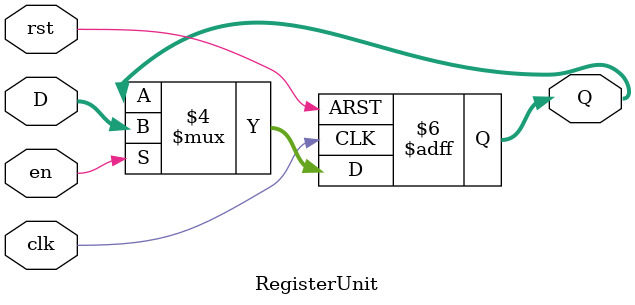
<source format=v>
module RegisterUnit
#(
    //Parameter that indicates the WordLenght of each register
    parameter W = 8,
    parameter RstValue = 0
)(
    //Receive the clock signal, the reset and enable
    input                   clk, rst, en, 
    //Receives the input
    input       [W-1:0]     D,
    //Receives the output
    output reg  [W-1:0]     Q
);

//Here we use an Always block to design his behavior
always @(posedge clk or negedge rst)begin
    //If the reset input is Zero then the register will go to Zero
    if (!rst) Q <= RstValue;
    //If we have a posedge clk and the enable is high then the output will store the value in the input
    else if (en) Q <= D;
    //If the enable is zero and the reset is one, it mantain its previous value.
    else Q <= Q;
end

endmodule

</source>
